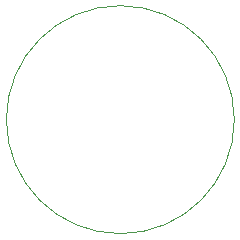
<source format=gm1>
G04 #@! TF.FileFunction,Profile,NP*
%FSLAX46Y46*%
G04 Gerber Fmt 4.6, Leading zero omitted, Abs format (unit mm)*
G04 Created by KiCad (PCBNEW 4.0.1-3.201512221402+6198~38~ubuntu14.04.1-stable) date Sun Jan  3 20:07:52 2016*
%MOMM*%
G01*
G04 APERTURE LIST*
%ADD10C,0.150000*%
%ADD11C,0.100000*%
G04 APERTURE END LIST*
D10*
D11*
X111201200Y-51181000D02*
G75*
G03X111201200Y-51181000I-9652000J0D01*
G01*
M02*

</source>
